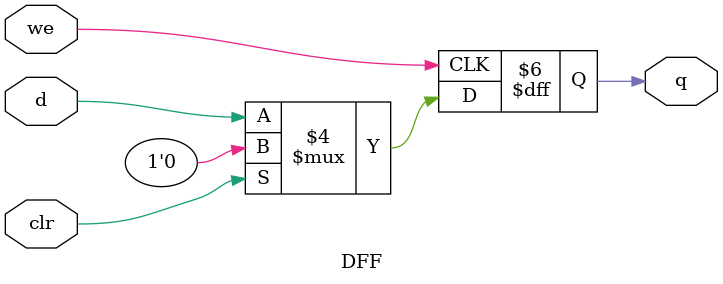
<source format=v>
module DFF(   input d,
              input we,
              input clr,
              output reg q);
    always@(posedge we)
    begin
      if (clr == 1'b1) q <= 0;
      else q <= d;
    end
endmodule
</source>
